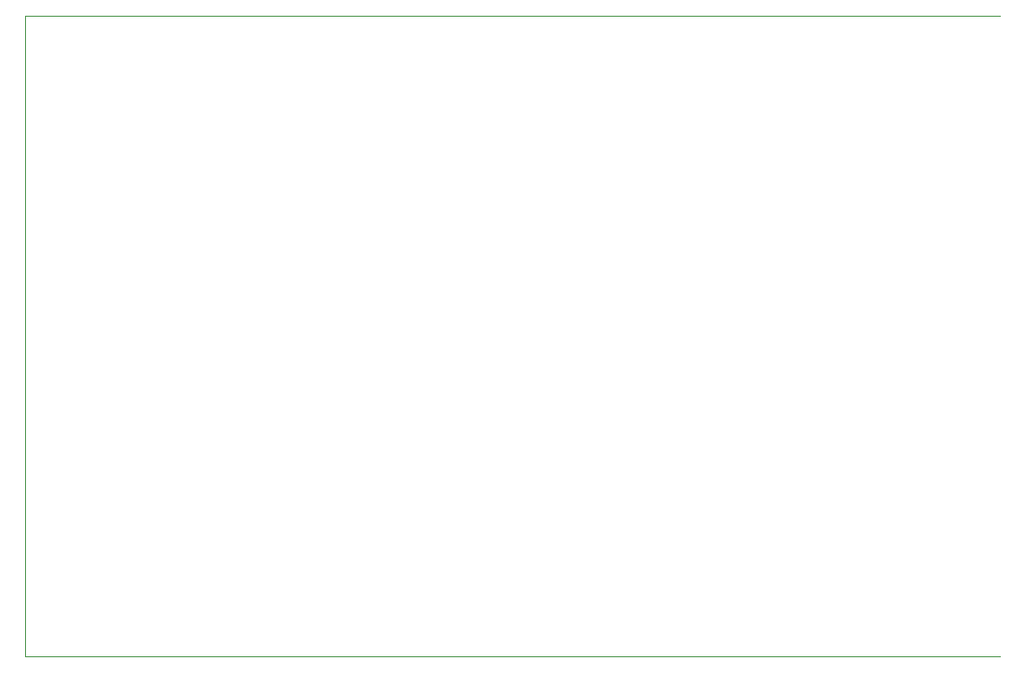
<source format=gko>
%FSLAX44Y44*%
%MOMM*%
G71*
G01*
G75*
G04 Layer_Color=16711935*
%ADD10C,0.3810*%
%ADD11C,0.2540*%
%ADD12C,0.6350*%
%ADD13R,1.2700X4.2000*%
%ADD14R,1.3500X4.7000*%
%ADD15R,2.1000X1.6000*%
%ADD16R,0.4000X1.3500*%
%ADD17R,1.9000X1.9000*%
%ADD18R,1.8000X1.9000*%
%ADD19R,0.9000X1.9000*%
%ADD20R,3.2000X1.9000*%
%ADD21R,1.5240X1.0160*%
%ADD22R,1.0160X1.5240*%
%ADD23R,1.1000X1.0000*%
%ADD24R,0.9100X1.2200*%
%ADD25R,0.8000X0.8000*%
%ADD26R,0.8000X0.8000*%
%ADD27R,1.0000X1.3500*%
%ADD28R,0.3700X0.4300*%
%ADD29R,0.3700X0.3000*%
%ADD30R,0.6000X1.6000*%
%ADD31O,1.9000X0.5500*%
%ADD32O,0.5500X1.9000*%
%ADD33C,1.5000*%
%ADD34R,1.5000X1.5000*%
%ADD35R,1.8500X1.8500*%
%ADD36C,1.8500*%
%ADD37R,1.5000X1.5000*%
%ADD38R,1.0000X1.5240*%
%ADD39C,1.7780*%
%ADD40C,1.2700*%
%ADD41C,0.2500*%
%ADD42C,0.6000*%
%ADD43C,0.2500*%
%ADD44R,0.1000X0.1000*%
%ADD45C,0.0500*%
%ADD46C,0.2000*%
%ADD47C,1.0000*%
%ADD48C,0.0254*%
%ADD49R,1.4732X4.4032*%
%ADD50R,1.5532X4.9032*%
%ADD51R,2.3032X1.8032*%
%ADD52R,0.6032X1.5532*%
%ADD53R,2.1032X2.1032*%
%ADD54R,2.0032X2.1032*%
%ADD55R,1.1032X2.1032*%
%ADD56R,3.4032X2.1032*%
%ADD57R,1.7240X1.2160*%
%ADD58R,1.2160X1.7240*%
%ADD59R,1.3032X1.2032*%
%ADD60R,1.1132X1.4232*%
%ADD61R,1.0032X1.0032*%
%ADD62R,1.0032X1.0032*%
%ADD63R,1.2032X1.5532*%
%ADD64R,0.5732X0.6332*%
%ADD65R,0.5732X0.5032*%
%ADD66R,0.8032X1.8032*%
%ADD67O,2.1032X0.7532*%
%ADD68O,0.7532X2.1032*%
%ADD69C,1.7032*%
%ADD70R,1.7032X1.7032*%
%ADD71R,2.0532X2.0532*%
%ADD72C,2.0532*%
%ADD73R,1.7032X1.7032*%
%ADD74R,1.2032X1.7272*%
%ADD75C,1.9812*%
%ADD76C,1.4732*%
D45*
X0Y584200D02*
X889000D01*
X0Y0D02*
X889000D01*
X0D02*
Y584200D01*
M02*

</source>
